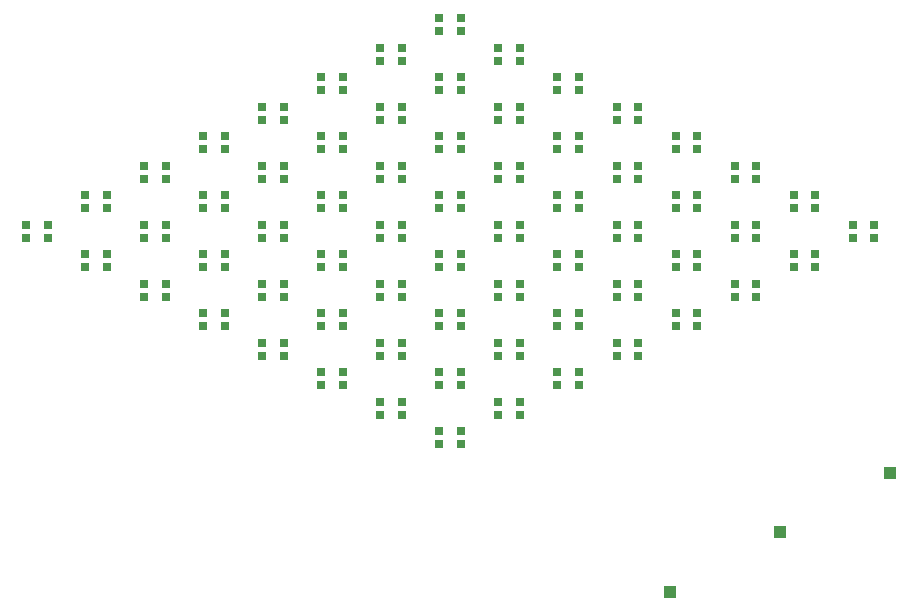
<source format=gbr>
G04 #@! TF.GenerationSoftware,KiCad,Pcbnew,5.1.5+dfsg1-2build2*
G04 #@! TF.CreationDate,2021-06-21T20:14:41+02:00*
G04 #@! TF.ProjectId,chip,63686970-2e6b-4696-9361-645f70636258,rev?*
G04 #@! TF.SameCoordinates,Original*
G04 #@! TF.FileFunction,Paste,Bot*
G04 #@! TF.FilePolarity,Positive*
%FSLAX46Y46*%
G04 Gerber Fmt 4.6, Leading zero omitted, Abs format (unit mm)*
G04 Created by KiCad (PCBNEW 5.1.5+dfsg1-2build2) date 2021-06-21 20:14:41*
%MOMM*%
%LPD*%
G04 APERTURE LIST*
%ADD10R,0.700000X0.700000*%
%ADD11R,1.000000X1.000000*%
G04 APERTURE END LIST*
D10*
X175915000Y-75950000D03*
X175915000Y-77050000D03*
X174085000Y-77050000D03*
X174085000Y-75950000D03*
X170915000Y-73450000D03*
X170915000Y-74550000D03*
X169085000Y-74550000D03*
X169085000Y-73450000D03*
X165915000Y-70950000D03*
X165915000Y-72050000D03*
X164085000Y-72050000D03*
X164085000Y-70950000D03*
X195915000Y-90950000D03*
X195915000Y-92050000D03*
X194085000Y-92050000D03*
X194085000Y-90950000D03*
X190915000Y-88450000D03*
X190915000Y-89550000D03*
X189085000Y-89550000D03*
X189085000Y-88450000D03*
X185915000Y-85950000D03*
X185915000Y-87050000D03*
X184085000Y-87050000D03*
X184085000Y-85950000D03*
X180915000Y-83450000D03*
X180915000Y-84550000D03*
X179085000Y-84550000D03*
X179085000Y-83450000D03*
X175915000Y-80950000D03*
X175915000Y-82050000D03*
X174085000Y-82050000D03*
X174085000Y-80950000D03*
X170915000Y-78450000D03*
X170915000Y-79550000D03*
X169085000Y-79550000D03*
X169085000Y-78450000D03*
X165915000Y-75950000D03*
X165915000Y-77050000D03*
X164085000Y-77050000D03*
X164085000Y-75950000D03*
X160915000Y-73450000D03*
X160915000Y-74550000D03*
X159085000Y-74550000D03*
X159085000Y-73450000D03*
X190915000Y-93450000D03*
X190915000Y-94550000D03*
X189085000Y-94550000D03*
X189085000Y-93450000D03*
X185915000Y-90950000D03*
X185915000Y-92050000D03*
X184085000Y-92050000D03*
X184085000Y-90950000D03*
X180915000Y-88450000D03*
X180915000Y-89550000D03*
X179085000Y-89550000D03*
X179085000Y-88450000D03*
X175915000Y-85950000D03*
X175915000Y-87050000D03*
X174085000Y-87050000D03*
X174085000Y-85950000D03*
X170915000Y-83450000D03*
X170915000Y-84550000D03*
X169085000Y-84550000D03*
X169085000Y-83450000D03*
X165915000Y-80950000D03*
X165915000Y-82050000D03*
X164085000Y-82050000D03*
X164085000Y-80950000D03*
X160915000Y-78450000D03*
X160915000Y-79550000D03*
X159085000Y-79550000D03*
X159085000Y-78450000D03*
X155915000Y-75950000D03*
X155915000Y-77050000D03*
X154085000Y-77050000D03*
X154085000Y-75950000D03*
X185915000Y-95950000D03*
X185915000Y-97050000D03*
X184085000Y-97050000D03*
X184085000Y-95950000D03*
X180915000Y-93450000D03*
X180915000Y-94550000D03*
X179085000Y-94550000D03*
X179085000Y-93450000D03*
X175915000Y-90950000D03*
X175915000Y-92050000D03*
X174085000Y-92050000D03*
X174085000Y-90950000D03*
X170915000Y-88450000D03*
X170915000Y-89550000D03*
X169085000Y-89550000D03*
X169085000Y-88450000D03*
X165915000Y-85950000D03*
X165915000Y-87050000D03*
X164085000Y-87050000D03*
X164085000Y-85950000D03*
X160915000Y-83450000D03*
X160915000Y-84550000D03*
X159085000Y-84550000D03*
X159085000Y-83450000D03*
X155915000Y-80950000D03*
X155915000Y-82050000D03*
X154085000Y-82050000D03*
X154085000Y-80950000D03*
X150915000Y-78450000D03*
X150915000Y-79550000D03*
X149085000Y-79550000D03*
X149085000Y-78450000D03*
X180915000Y-98450000D03*
X180915000Y-99550000D03*
X179085000Y-99550000D03*
X179085000Y-98450000D03*
X175915000Y-95950000D03*
X175915000Y-97050000D03*
X174085000Y-97050000D03*
X174085000Y-95950000D03*
X170915000Y-93450000D03*
X170915000Y-94550000D03*
X169085000Y-94550000D03*
X169085000Y-93450000D03*
X165915000Y-90950000D03*
X165915000Y-92050000D03*
X164085000Y-92050000D03*
X164085000Y-90950000D03*
X160915000Y-88450000D03*
X160915000Y-89550000D03*
X159085000Y-89550000D03*
X159085000Y-88450000D03*
X155915000Y-85950000D03*
X155915000Y-87050000D03*
X154085000Y-87050000D03*
X154085000Y-85950000D03*
X150915000Y-83450000D03*
X150915000Y-84550000D03*
X149085000Y-84550000D03*
X149085000Y-83450000D03*
X145915000Y-80950000D03*
X145915000Y-82050000D03*
X144085000Y-82050000D03*
X144085000Y-80950000D03*
X175915000Y-100950000D03*
X175915000Y-102050000D03*
X174085000Y-102050000D03*
X174085000Y-100950000D03*
X170915000Y-98450000D03*
X170915000Y-99550000D03*
X169085000Y-99550000D03*
X169085000Y-98450000D03*
X165915000Y-95950000D03*
X165915000Y-97050000D03*
X164085000Y-97050000D03*
X164085000Y-95950000D03*
X160915000Y-93450000D03*
X160915000Y-94550000D03*
X159085000Y-94550000D03*
X159085000Y-93450000D03*
X155915000Y-90950000D03*
X155915000Y-92050000D03*
X154085000Y-92050000D03*
X154085000Y-90950000D03*
X150915000Y-88450000D03*
X150915000Y-89550000D03*
X149085000Y-89550000D03*
X149085000Y-88450000D03*
X145915000Y-85950000D03*
X145915000Y-87050000D03*
X144085000Y-87050000D03*
X144085000Y-85950000D03*
X140915000Y-83450000D03*
X140915000Y-84550000D03*
X139085000Y-84550000D03*
X139085000Y-83450000D03*
X170915000Y-68450000D03*
X170915000Y-69550000D03*
X169085000Y-69550000D03*
X169085000Y-68450000D03*
X200915000Y-83450000D03*
X200915000Y-84550000D03*
X199085000Y-84550000D03*
X199085000Y-83450000D03*
X195915000Y-80950000D03*
X195915000Y-82050000D03*
X194085000Y-82050000D03*
X194085000Y-80950000D03*
X190915000Y-78450000D03*
X190915000Y-79550000D03*
X189085000Y-79550000D03*
X189085000Y-78450000D03*
X185915000Y-75950000D03*
X185915000Y-77050000D03*
X184085000Y-77050000D03*
X184085000Y-75950000D03*
X185915000Y-80950000D03*
X185915000Y-82050000D03*
X184085000Y-82050000D03*
X184085000Y-80950000D03*
X180915000Y-78450000D03*
X180915000Y-79550000D03*
X179085000Y-79550000D03*
X179085000Y-78450000D03*
X200915000Y-88450000D03*
X200915000Y-89550000D03*
X199085000Y-89550000D03*
X199085000Y-88450000D03*
X180915000Y-73450000D03*
X180915000Y-74550000D03*
X179085000Y-74550000D03*
X179085000Y-73450000D03*
X175915000Y-70950000D03*
X175915000Y-72050000D03*
X174085000Y-72050000D03*
X174085000Y-70950000D03*
X195915000Y-85950000D03*
X195915000Y-87050000D03*
X194085000Y-87050000D03*
X194085000Y-85950000D03*
X190915000Y-83450000D03*
X190915000Y-84550000D03*
X189085000Y-84550000D03*
X189085000Y-83450000D03*
X205915000Y-85950000D03*
X205915000Y-87050000D03*
X204085000Y-87050000D03*
X204085000Y-85950000D03*
X135915000Y-85950000D03*
X135915000Y-87050000D03*
X134085000Y-87050000D03*
X134085000Y-85950000D03*
X155915000Y-95950000D03*
X155915000Y-97050000D03*
X154085000Y-97050000D03*
X154085000Y-95950000D03*
X150915000Y-93450000D03*
X150915000Y-94550000D03*
X149085000Y-94550000D03*
X149085000Y-93450000D03*
X145915000Y-90950000D03*
X145915000Y-92050000D03*
X144085000Y-92050000D03*
X144085000Y-90950000D03*
X140915000Y-88450000D03*
X140915000Y-89550000D03*
X139085000Y-89550000D03*
X139085000Y-88450000D03*
X170915000Y-103450000D03*
X170915000Y-104550000D03*
X169085000Y-104550000D03*
X169085000Y-103450000D03*
X165915000Y-100950000D03*
X165915000Y-102050000D03*
X164085000Y-102050000D03*
X164085000Y-100950000D03*
X160915000Y-98450000D03*
X160915000Y-99550000D03*
X159085000Y-99550000D03*
X159085000Y-98450000D03*
D11*
X188600000Y-117000000D03*
X197900000Y-112000000D03*
X207200000Y-107000000D03*
M02*

</source>
